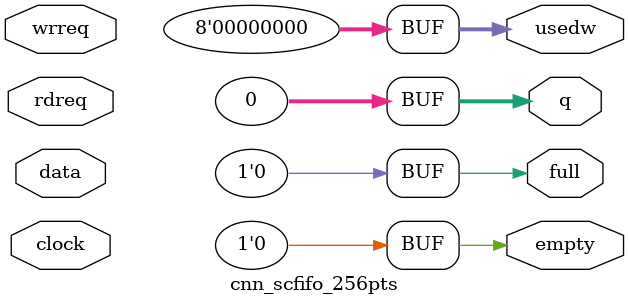
<source format=v>
module cnn_scfifo_256pts(	// file.cleaned.mlir:2:3
  input         clock,	// file.cleaned.mlir:2:35
  input  [31:0] data,	// file.cleaned.mlir:2:51
  input         rdreq,	// file.cleaned.mlir:2:67
                wrreq,	// file.cleaned.mlir:2:83
  output        empty,	// file.cleaned.mlir:2:100
                full,	// file.cleaned.mlir:2:116
  output [31:0] q,	// file.cleaned.mlir:2:131
  output [7:0]  usedw	// file.cleaned.mlir:2:144
);

  assign empty = 1'h0;	// file.cleaned.mlir:3:14, :6:5
  assign full = 1'h0;	// file.cleaned.mlir:3:14, :6:5
  assign q = 32'h0;	// file.cleaned.mlir:4:15, :6:5
  assign usedw = 8'h0;	// file.cleaned.mlir:5:14, :6:5
endmodule


</source>
